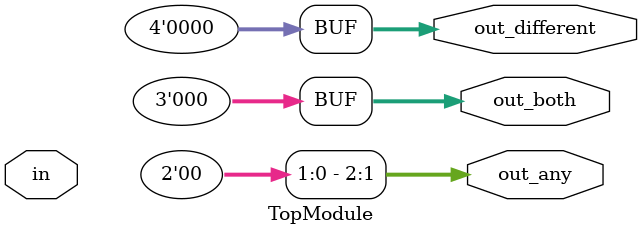
<source format=sv>

module TopModule (
  input [3:0] in,
  output [2:0] out_both,
  output [3:1] out_any,
  output [3:0] out_different
);
    // Initialize output vectors to '0's
    assign out_both = 0;
    assign out_any[2:0] = 0;
    assign out_different[3:0] = 0;

    // Calculate out_both
    always @(posedge clk) begin
        out_both[0] = in[0] & in[1];
        out_both[1] = in[1] & in[2];
        out_both[2] = in[2] & in[3];
    end

    // Calculate out_any
    always @(posedge clk) begin
        out_any[0] = (in[0] | in[2]);  // Corrected to include the right neighbour
        out_any[1] = (in[1] | in[3]);  // Corrected to include the right neighbour
        out_any[2] = (in[2] | in[0]);  // Wrapped around for calculation
    end

    // Calculate out_different
    always @(posedge clk) begin
        out_different[0] = in[0] ^ in[1];
        out_different[1] = in[1] ^ in[2];
        out_different[2] = in[2] ^ in[3];  // Wrapped around for calculation
        out_different[3] = in[3] ^ in[0];  // Wrapped around for calculation
    end

endmodule

</source>
